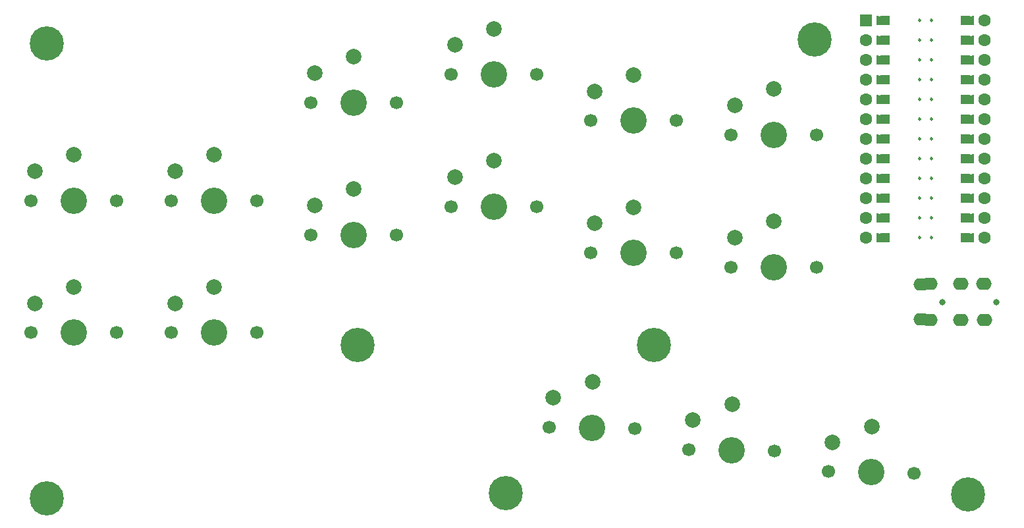
<source format=gts>
%TF.GenerationSoftware,KiCad,Pcbnew,(6.0.4)*%
%TF.CreationDate,2022-08-14T15:03:19+10:00*%
%TF.ProjectId,budgie,62756467-6965-42e6-9b69-6361645f7063,2*%
%TF.SameCoordinates,Original*%
%TF.FileFunction,Soldermask,Top*%
%TF.FilePolarity,Negative*%
%FSLAX46Y46*%
G04 Gerber Fmt 4.6, Leading zero omitted, Abs format (unit mm)*
G04 Created by KiCad (PCBNEW (6.0.4)) date 2022-08-14 15:03:19*
%MOMM*%
%LPD*%
G01*
G04 APERTURE LIST*
G04 Aperture macros list*
%AMFreePoly0*
4,1,6,0.600000,0.200000,0.000000,-0.400000,-0.600000,0.200000,-0.600000,0.400000,0.600000,0.400000,0.600000,0.200000,0.600000,0.200000,$1*%
%AMFreePoly1*
4,1,6,0.600000,-0.250000,-0.600000,-0.250000,-0.600000,1.000000,0.000000,0.400000,0.600000,1.000000,0.600000,-0.250000,0.600000,-0.250000,$1*%
G04 Aperture macros list end*
%ADD10C,0.250000*%
%ADD11C,0.100000*%
%ADD12C,3.400000*%
%ADD13C,1.700000*%
%ADD14C,2.000000*%
%ADD15C,4.400000*%
%ADD16C,1.600000*%
%ADD17FreePoly0,270.000000*%
%ADD18FreePoly0,90.000000*%
%ADD19R,1.600000X1.600000*%
%ADD20FreePoly1,90.000000*%
%ADD21FreePoly1,270.000000*%
%ADD22C,0.800000*%
%ADD23O,2.000000X1.600000*%
G04 APERTURE END LIST*
D10*
%TO.C,U1*%
X166863000Y-67350000D02*
G75*
G03*
X166863000Y-67350000I-125000J0D01*
G01*
X168387000Y-54650000D02*
G75*
G03*
X168387000Y-54650000I-125000J0D01*
G01*
X166863000Y-54650000D02*
G75*
G03*
X166863000Y-54650000I-125000J0D01*
G01*
X168387000Y-74970000D02*
G75*
G03*
X168387000Y-74970000I-125000J0D01*
G01*
X166863000Y-52110000D02*
G75*
G03*
X166863000Y-52110000I-125000J0D01*
G01*
X166863000Y-74970000D02*
G75*
G03*
X166863000Y-74970000I-125000J0D01*
G01*
X168387000Y-67350000D02*
G75*
G03*
X168387000Y-67350000I-125000J0D01*
G01*
X168387000Y-49570000D02*
G75*
G03*
X168387000Y-49570000I-125000J0D01*
G01*
X166863000Y-62270000D02*
G75*
G03*
X166863000Y-62270000I-125000J0D01*
G01*
X168387000Y-72430000D02*
G75*
G03*
X168387000Y-72430000I-125000J0D01*
G01*
X168387000Y-59730000D02*
G75*
G03*
X168387000Y-59730000I-125000J0D01*
G01*
X166863000Y-64810000D02*
G75*
G03*
X166863000Y-64810000I-125000J0D01*
G01*
X166863000Y-69890000D02*
G75*
G03*
X166863000Y-69890000I-125000J0D01*
G01*
X166863000Y-59730000D02*
G75*
G03*
X166863000Y-59730000I-125000J0D01*
G01*
X168387000Y-64810000D02*
G75*
G03*
X168387000Y-64810000I-125000J0D01*
G01*
X166863000Y-47030000D02*
G75*
G03*
X166863000Y-47030000I-125000J0D01*
G01*
X168387000Y-47030000D02*
G75*
G03*
X168387000Y-47030000I-125000J0D01*
G01*
X168387000Y-62270000D02*
G75*
G03*
X168387000Y-62270000I-125000J0D01*
G01*
X166863000Y-49570000D02*
G75*
G03*
X166863000Y-49570000I-125000J0D01*
G01*
X168387000Y-52110000D02*
G75*
G03*
X168387000Y-52110000I-125000J0D01*
G01*
X168387000Y-69890000D02*
G75*
G03*
X168387000Y-69890000I-125000J0D01*
G01*
X168387000Y-57190000D02*
G75*
G03*
X168387000Y-57190000I-125000J0D01*
G01*
X166863000Y-57190000D02*
G75*
G03*
X166863000Y-57190000I-125000J0D01*
G01*
X166863000Y-72430000D02*
G75*
G03*
X166863000Y-72430000I-125000J0D01*
G01*
G36*
X162420000Y-67858000D02*
G01*
X161404000Y-67858000D01*
X161404000Y-66842000D01*
X162420000Y-66842000D01*
X162420000Y-67858000D01*
G37*
D11*
X162420000Y-67858000D02*
X161404000Y-67858000D01*
X161404000Y-66842000D01*
X162420000Y-66842000D01*
X162420000Y-67858000D01*
G36*
X162420000Y-55158000D02*
G01*
X161404000Y-55158000D01*
X161404000Y-54142000D01*
X162420000Y-54142000D01*
X162420000Y-55158000D01*
G37*
X162420000Y-55158000D02*
X161404000Y-55158000D01*
X161404000Y-54142000D01*
X162420000Y-54142000D01*
X162420000Y-55158000D01*
G36*
X162420000Y-50078000D02*
G01*
X161404000Y-50078000D01*
X161404000Y-49062000D01*
X162420000Y-49062000D01*
X162420000Y-50078000D01*
G37*
X162420000Y-50078000D02*
X161404000Y-50078000D01*
X161404000Y-49062000D01*
X162420000Y-49062000D01*
X162420000Y-50078000D01*
G36*
X162420000Y-47538000D02*
G01*
X161404000Y-47538000D01*
X161404000Y-46522000D01*
X162420000Y-46522000D01*
X162420000Y-47538000D01*
G37*
X162420000Y-47538000D02*
X161404000Y-47538000D01*
X161404000Y-46522000D01*
X162420000Y-46522000D01*
X162420000Y-47538000D01*
G36*
X162420000Y-70398000D02*
G01*
X161404000Y-70398000D01*
X161404000Y-69382000D01*
X162420000Y-69382000D01*
X162420000Y-70398000D01*
G37*
X162420000Y-70398000D02*
X161404000Y-70398000D01*
X161404000Y-69382000D01*
X162420000Y-69382000D01*
X162420000Y-70398000D01*
G36*
X173596000Y-70398000D02*
G01*
X172580000Y-70398000D01*
X172580000Y-69382000D01*
X173596000Y-69382000D01*
X173596000Y-70398000D01*
G37*
X173596000Y-70398000D02*
X172580000Y-70398000D01*
X172580000Y-69382000D01*
X173596000Y-69382000D01*
X173596000Y-70398000D01*
G36*
X173596000Y-72938000D02*
G01*
X172580000Y-72938000D01*
X172580000Y-71922000D01*
X173596000Y-71922000D01*
X173596000Y-72938000D01*
G37*
X173596000Y-72938000D02*
X172580000Y-72938000D01*
X172580000Y-71922000D01*
X173596000Y-71922000D01*
X173596000Y-72938000D01*
G36*
X173596000Y-62778000D02*
G01*
X172580000Y-62778000D01*
X172580000Y-61762000D01*
X173596000Y-61762000D01*
X173596000Y-62778000D01*
G37*
X173596000Y-62778000D02*
X172580000Y-62778000D01*
X172580000Y-61762000D01*
X173596000Y-61762000D01*
X173596000Y-62778000D01*
G36*
X162420000Y-72938000D02*
G01*
X161404000Y-72938000D01*
X161404000Y-71922000D01*
X162420000Y-71922000D01*
X162420000Y-72938000D01*
G37*
X162420000Y-72938000D02*
X161404000Y-72938000D01*
X161404000Y-71922000D01*
X162420000Y-71922000D01*
X162420000Y-72938000D01*
G36*
X173596000Y-50078000D02*
G01*
X172580000Y-50078000D01*
X172580000Y-49062000D01*
X173596000Y-49062000D01*
X173596000Y-50078000D01*
G37*
X173596000Y-50078000D02*
X172580000Y-50078000D01*
X172580000Y-49062000D01*
X173596000Y-49062000D01*
X173596000Y-50078000D01*
G36*
X162420000Y-75478000D02*
G01*
X161404000Y-75478000D01*
X161404000Y-74462000D01*
X162420000Y-74462000D01*
X162420000Y-75478000D01*
G37*
X162420000Y-75478000D02*
X161404000Y-75478000D01*
X161404000Y-74462000D01*
X162420000Y-74462000D01*
X162420000Y-75478000D01*
G36*
X173596000Y-67858000D02*
G01*
X172580000Y-67858000D01*
X172580000Y-66842000D01*
X173596000Y-66842000D01*
X173596000Y-67858000D01*
G37*
X173596000Y-67858000D02*
X172580000Y-67858000D01*
X172580000Y-66842000D01*
X173596000Y-66842000D01*
X173596000Y-67858000D01*
G36*
X162420000Y-65318000D02*
G01*
X161404000Y-65318000D01*
X161404000Y-64302000D01*
X162420000Y-64302000D01*
X162420000Y-65318000D01*
G37*
X162420000Y-65318000D02*
X161404000Y-65318000D01*
X161404000Y-64302000D01*
X162420000Y-64302000D01*
X162420000Y-65318000D01*
G36*
X162420000Y-57698000D02*
G01*
X161404000Y-57698000D01*
X161404000Y-56682000D01*
X162420000Y-56682000D01*
X162420000Y-57698000D01*
G37*
X162420000Y-57698000D02*
X161404000Y-57698000D01*
X161404000Y-56682000D01*
X162420000Y-56682000D01*
X162420000Y-57698000D01*
G36*
X162420000Y-52618000D02*
G01*
X161404000Y-52618000D01*
X161404000Y-51602000D01*
X162420000Y-51602000D01*
X162420000Y-52618000D01*
G37*
X162420000Y-52618000D02*
X161404000Y-52618000D01*
X161404000Y-51602000D01*
X162420000Y-51602000D01*
X162420000Y-52618000D01*
G36*
X173596000Y-75478000D02*
G01*
X172580000Y-75478000D01*
X172580000Y-74462000D01*
X173596000Y-74462000D01*
X173596000Y-75478000D01*
G37*
X173596000Y-75478000D02*
X172580000Y-75478000D01*
X172580000Y-74462000D01*
X173596000Y-74462000D01*
X173596000Y-75478000D01*
G36*
X173596000Y-57698000D02*
G01*
X172580000Y-57698000D01*
X172580000Y-56682000D01*
X173596000Y-56682000D01*
X173596000Y-57698000D01*
G37*
X173596000Y-57698000D02*
X172580000Y-57698000D01*
X172580000Y-56682000D01*
X173596000Y-56682000D01*
X173596000Y-57698000D01*
G36*
X173596000Y-52618000D02*
G01*
X172580000Y-52618000D01*
X172580000Y-51602000D01*
X173596000Y-51602000D01*
X173596000Y-52618000D01*
G37*
X173596000Y-52618000D02*
X172580000Y-52618000D01*
X172580000Y-51602000D01*
X173596000Y-51602000D01*
X173596000Y-52618000D01*
G36*
X173596000Y-65318000D02*
G01*
X172580000Y-65318000D01*
X172580000Y-64302000D01*
X173596000Y-64302000D01*
X173596000Y-65318000D01*
G37*
X173596000Y-65318000D02*
X172580000Y-65318000D01*
X172580000Y-64302000D01*
X173596000Y-64302000D01*
X173596000Y-65318000D01*
G36*
X162420000Y-60238000D02*
G01*
X161404000Y-60238000D01*
X161404000Y-59222000D01*
X162420000Y-59222000D01*
X162420000Y-60238000D01*
G37*
X162420000Y-60238000D02*
X161404000Y-60238000D01*
X161404000Y-59222000D01*
X162420000Y-59222000D01*
X162420000Y-60238000D01*
G36*
X162420000Y-62778000D02*
G01*
X161404000Y-62778000D01*
X161404000Y-61762000D01*
X162420000Y-61762000D01*
X162420000Y-62778000D01*
G37*
X162420000Y-62778000D02*
X161404000Y-62778000D01*
X161404000Y-61762000D01*
X162420000Y-61762000D01*
X162420000Y-62778000D01*
G36*
X173596000Y-55158000D02*
G01*
X172580000Y-55158000D01*
X172580000Y-54142000D01*
X173596000Y-54142000D01*
X173596000Y-55158000D01*
G37*
X173596000Y-55158000D02*
X172580000Y-55158000D01*
X172580000Y-54142000D01*
X173596000Y-54142000D01*
X173596000Y-55158000D01*
G36*
X173596000Y-47538000D02*
G01*
X172580000Y-47538000D01*
X172580000Y-46522000D01*
X173596000Y-46522000D01*
X173596000Y-47538000D01*
G37*
X173596000Y-47538000D02*
X172580000Y-47538000D01*
X172580000Y-46522000D01*
X173596000Y-46522000D01*
X173596000Y-47538000D01*
G36*
X173596000Y-60238000D02*
G01*
X172580000Y-60238000D01*
X172580000Y-59222000D01*
X173596000Y-59222000D01*
X173596000Y-60238000D01*
G37*
X173596000Y-60238000D02*
X172580000Y-60238000D01*
X172580000Y-59222000D01*
X173596000Y-59222000D01*
X173596000Y-60238000D01*
%TD*%
D12*
%TO.C,S11*%
X148000000Y-78750000D03*
D13*
X153500000Y-78750000D03*
X142500000Y-78750000D03*
D14*
X148000000Y-72850000D03*
X143000000Y-74950000D03*
%TD*%
D15*
%TO.C,REF\u002A\u002A*%
X113500000Y-107800000D03*
X94450000Y-88750000D03*
X132550000Y-88750000D03*
%TD*%
D12*
%TO.C,S7*%
X112000000Y-71010000D03*
D13*
X117500000Y-71010000D03*
X106500000Y-71010000D03*
D14*
X112000000Y-65110000D03*
X107000000Y-67210000D03*
%TD*%
D13*
%TO.C,S13*%
X119100838Y-99336245D03*
D12*
X124600000Y-99432233D03*
D13*
X130099162Y-99528221D03*
D14*
X124702969Y-93533132D03*
X119667081Y-95545550D03*
%TD*%
D12*
%TO.C,S8*%
X112000000Y-54010000D03*
D13*
X106500000Y-54010000D03*
X117500000Y-54010000D03*
D14*
X112000000Y-48110000D03*
X107000000Y-50210000D03*
%TD*%
D12*
%TO.C,S3*%
X76000000Y-87210000D03*
D13*
X70500000Y-87210000D03*
X81500000Y-87210000D03*
D14*
X76000000Y-81310000D03*
X71000000Y-83410000D03*
%TD*%
D12*
%TO.C,S9*%
X130000000Y-76950000D03*
D13*
X124500000Y-76950000D03*
X135500000Y-76950000D03*
D14*
X130000000Y-71050000D03*
X125000000Y-73150000D03*
%TD*%
D12*
%TO.C,S6*%
X94000000Y-57610000D03*
D13*
X88500000Y-57610000D03*
X99500000Y-57610000D03*
D14*
X94000000Y-51710000D03*
X89000000Y-53810000D03*
%TD*%
D15*
%TO.C,*%
X173000000Y-108000000D03*
%TD*%
D13*
%TO.C,S5*%
X88500000Y-74610000D03*
X99500000Y-74610000D03*
D12*
X94000000Y-74610000D03*
D14*
X94000000Y-68710000D03*
X89000000Y-70810000D03*
%TD*%
D15*
%TO.C,*%
X153250000Y-49500000D03*
%TD*%
D12*
%TO.C,S10*%
X130000000Y-59950000D03*
D13*
X124500000Y-59950000D03*
X135500000Y-59950000D03*
D14*
X130000000Y-54050000D03*
X125000000Y-56150000D03*
%TD*%
D12*
%TO.C,S12*%
X148000000Y-61750000D03*
D13*
X153500000Y-61750000D03*
X142500000Y-61750000D03*
D14*
X148000000Y-55850000D03*
X143000000Y-57950000D03*
%TD*%
D16*
%TO.C,U1*%
X159880000Y-72430000D03*
D17*
X173342000Y-67350000D03*
X173342000Y-52110000D03*
D16*
X175120000Y-62270000D03*
X159880000Y-49570000D03*
D18*
X161658000Y-49570000D03*
X161658000Y-57190000D03*
D16*
X175120000Y-47030000D03*
D18*
X161658000Y-72430000D03*
D16*
X159880000Y-52110000D03*
X175120000Y-49570000D03*
D17*
X173342000Y-62270000D03*
D16*
X175120000Y-67350000D03*
D19*
X159880000Y-47030000D03*
D18*
X161658000Y-54650000D03*
D16*
X159880000Y-57190000D03*
D18*
X161658000Y-47030000D03*
D16*
X175120000Y-64810000D03*
X175120000Y-54650000D03*
X175120000Y-72430000D03*
X159880000Y-59730000D03*
D17*
X173342000Y-72430000D03*
D18*
X161658000Y-52110000D03*
D17*
X173342000Y-57190000D03*
X173342000Y-59730000D03*
X173342000Y-69890000D03*
D18*
X161658000Y-74970000D03*
X161658000Y-69890000D03*
D16*
X159880000Y-67350000D03*
X175120000Y-74970000D03*
D18*
X161658000Y-67350000D03*
D16*
X159880000Y-64810000D03*
D17*
X173342000Y-49570000D03*
D18*
X161658000Y-62270000D03*
D16*
X159880000Y-54650000D03*
X175120000Y-59730000D03*
X175120000Y-52110000D03*
D17*
X173342000Y-47030000D03*
D16*
X175120000Y-69890000D03*
X175120000Y-57190000D03*
D18*
X161658000Y-59730000D03*
D16*
X159880000Y-62270000D03*
X159880000Y-74970000D03*
D18*
X161658000Y-64810000D03*
D17*
X173342000Y-74970000D03*
X173342000Y-64810000D03*
D16*
X159880000Y-69890000D03*
D17*
X173342000Y-54650000D03*
D16*
X159880000Y-47030000D03*
D20*
X162674000Y-47030000D03*
X162674000Y-49570000D03*
X162674000Y-52110000D03*
X162674000Y-54650000D03*
X162674000Y-57190000D03*
X162674000Y-59730000D03*
X162674000Y-62270000D03*
X162674000Y-64810000D03*
X162674000Y-67350000D03*
X162674000Y-69890000D03*
X162674000Y-72430000D03*
X162674000Y-74970000D03*
D21*
X172326000Y-74970000D03*
X172326000Y-72430000D03*
X172326000Y-69890000D03*
X172326000Y-67350000D03*
X172326000Y-64810000D03*
X172326000Y-62270000D03*
X172326000Y-59730000D03*
X172326000Y-57190000D03*
X172326000Y-54650000D03*
X172326000Y-52110000D03*
X172326000Y-49570000D03*
X172326000Y-47030000D03*
%TD*%
D13*
%TO.C,S2*%
X63500000Y-70210000D03*
X52500000Y-70210000D03*
D12*
X58000000Y-70210000D03*
D14*
X58000000Y-64310000D03*
X53000000Y-66410000D03*
%TD*%
D12*
%TO.C,S4*%
X76000000Y-70210000D03*
D13*
X81500000Y-70210000D03*
X70500000Y-70210000D03*
D14*
X76000000Y-64310000D03*
X71000000Y-66410000D03*
%TD*%
D13*
%TO.C,S1*%
X52500000Y-87210000D03*
X63500000Y-87210000D03*
D12*
X58000000Y-87210000D03*
D14*
X58000000Y-81310000D03*
X53000000Y-83410000D03*
%TD*%
D15*
%TO.C,*%
X54500000Y-108500000D03*
%TD*%
D22*
%TO.C,J2*%
X176650000Y-83250000D03*
X169650000Y-83250000D03*
D23*
X172030000Y-80920000D03*
X172050000Y-85550000D03*
X175050000Y-85550000D03*
X175030000Y-80920000D03*
X166950000Y-80950000D03*
X166930000Y-85520000D03*
X168030000Y-80920000D03*
X168050000Y-85550000D03*
%TD*%
D15*
%TO.C,*%
X54500000Y-50000000D03*
%TD*%
D13*
%TO.C,S14*%
X137053593Y-102200000D03*
D12*
X142552755Y-102295988D03*
D13*
X148051917Y-102391976D03*
D14*
X142655724Y-96396887D03*
X137619836Y-98409305D03*
%TD*%
D12*
%TO.C,S15*%
X160505510Y-105159743D03*
D13*
X166004672Y-105255731D03*
X155006348Y-105063755D03*
D14*
X160608479Y-99260642D03*
X155572591Y-101273060D03*
%TD*%
M02*

</source>
